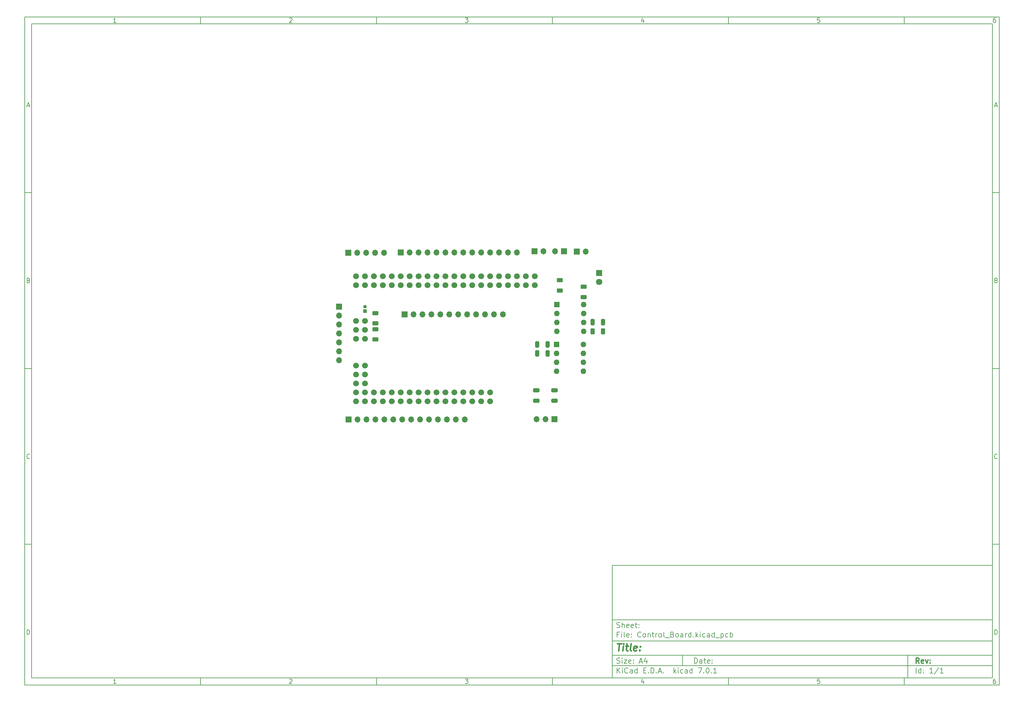
<source format=gbr>
%TF.GenerationSoftware,KiCad,Pcbnew,7.0.1*%
%TF.CreationDate,2023-09-27T13:27:15+00:00*%
%TF.ProjectId,Control_Board,436f6e74-726f-46c5-9f42-6f6172642e6b,rev?*%
%TF.SameCoordinates,Original*%
%TF.FileFunction,Soldermask,Top*%
%TF.FilePolarity,Negative*%
%FSLAX45Y45*%
G04 Gerber Fmt 4.5, Leading zero omitted, Abs format (unit mm)*
G04 Created by KiCad (PCBNEW 7.0.1) date 2023-09-27 13:27:15*
%MOMM*%
%LPD*%
G01*
G04 APERTURE LIST*
G04 Aperture macros list*
%AMRoundRect*
0 Rectangle with rounded corners*
0 $1 Rounding radius*
0 $2 $3 $4 $5 $6 $7 $8 $9 X,Y pos of 4 corners*
0 Add a 4 corners polygon primitive as box body*
4,1,4,$2,$3,$4,$5,$6,$7,$8,$9,$2,$3,0*
0 Add four circle primitives for the rounded corners*
1,1,$1+$1,$2,$3*
1,1,$1+$1,$4,$5*
1,1,$1+$1,$6,$7*
1,1,$1+$1,$8,$9*
0 Add four rect primitives between the rounded corners*
20,1,$1+$1,$2,$3,$4,$5,0*
20,1,$1+$1,$4,$5,$6,$7,0*
20,1,$1+$1,$6,$7,$8,$9,0*
20,1,$1+$1,$8,$9,$2,$3,0*%
G04 Aperture macros list end*
%ADD10C,0.100000*%
%ADD11C,0.150000*%
%ADD12C,0.300000*%
%ADD13C,0.400000*%
%ADD14R,1.600000X1.600000*%
%ADD15O,1.600000X1.600000*%
%ADD16RoundRect,0.250000X-0.625000X0.312500X-0.625000X-0.312500X0.625000X-0.312500X0.625000X0.312500X0*%
%ADD17RoundRect,0.250000X0.325000X0.650000X-0.325000X0.650000X-0.325000X-0.650000X0.325000X-0.650000X0*%
%ADD18RoundRect,0.250000X-0.325000X-0.650000X0.325000X-0.650000X0.325000X0.650000X-0.325000X0.650000X0*%
%ADD19R,1.800000X1.800000*%
%ADD20C,1.800000*%
%ADD21RoundRect,0.250000X0.625000X-0.312500X0.625000X0.312500X-0.625000X0.312500X-0.625000X-0.312500X0*%
%ADD22RoundRect,0.250000X-0.312500X-0.625000X0.312500X-0.625000X0.312500X0.625000X-0.312500X0.625000X0*%
%ADD23R,1.700000X1.700000*%
%ADD24O,1.700000X1.700000*%
%ADD25RoundRect,0.250000X0.650000X-0.325000X0.650000X0.325000X-0.650000X0.325000X-0.650000X-0.325000X0*%
%ADD26R,1.000000X1.000000*%
%ADD27O,1.000000X1.000000*%
%ADD28C,1.676400*%
G04 APERTURE END LIST*
D10*
D11*
X17700220Y-16600720D02*
X28500220Y-16600720D01*
X28500220Y-19800720D01*
X17700220Y-19800720D01*
X17700220Y-16600720D01*
D10*
D11*
X1000000Y-1000000D02*
X28700220Y-1000000D01*
X28700220Y-20000720D01*
X1000000Y-20000720D01*
X1000000Y-1000000D01*
D10*
D11*
X1200000Y-1200000D02*
X28500220Y-1200000D01*
X28500220Y-19800720D01*
X1200000Y-19800720D01*
X1200000Y-1200000D01*
D10*
D11*
X6000000Y-1200000D02*
X6000000Y-1000000D01*
D10*
D11*
X11000000Y-1200000D02*
X11000000Y-1000000D01*
D10*
D11*
X16000000Y-1200000D02*
X16000000Y-1000000D01*
D10*
D11*
X21000000Y-1200000D02*
X21000000Y-1000000D01*
D10*
D11*
X26000000Y-1200000D02*
X26000000Y-1000000D01*
D10*
D11*
X3599048Y-1160140D02*
X3524762Y-1160140D01*
X3561905Y-1160140D02*
X3561905Y-1030140D01*
X3561905Y-1030140D02*
X3549524Y-1048712D01*
X3549524Y-1048712D02*
X3537143Y-1061093D01*
X3537143Y-1061093D02*
X3524762Y-1067283D01*
D10*
D11*
X8524762Y-1042521D02*
X8530952Y-1036331D01*
X8530952Y-1036331D02*
X8543333Y-1030140D01*
X8543333Y-1030140D02*
X8574286Y-1030140D01*
X8574286Y-1030140D02*
X8586667Y-1036331D01*
X8586667Y-1036331D02*
X8592857Y-1042521D01*
X8592857Y-1042521D02*
X8599048Y-1054902D01*
X8599048Y-1054902D02*
X8599048Y-1067283D01*
X8599048Y-1067283D02*
X8592857Y-1085855D01*
X8592857Y-1085855D02*
X8518571Y-1160140D01*
X8518571Y-1160140D02*
X8599048Y-1160140D01*
D10*
D11*
X13518571Y-1030140D02*
X13599048Y-1030140D01*
X13599048Y-1030140D02*
X13555714Y-1079664D01*
X13555714Y-1079664D02*
X13574286Y-1079664D01*
X13574286Y-1079664D02*
X13586667Y-1085855D01*
X13586667Y-1085855D02*
X13592857Y-1092045D01*
X13592857Y-1092045D02*
X13599048Y-1104426D01*
X13599048Y-1104426D02*
X13599048Y-1135379D01*
X13599048Y-1135379D02*
X13592857Y-1147760D01*
X13592857Y-1147760D02*
X13586667Y-1153950D01*
X13586667Y-1153950D02*
X13574286Y-1160140D01*
X13574286Y-1160140D02*
X13537143Y-1160140D01*
X13537143Y-1160140D02*
X13524762Y-1153950D01*
X13524762Y-1153950D02*
X13518571Y-1147760D01*
D10*
D11*
X18586667Y-1073474D02*
X18586667Y-1160140D01*
X18555714Y-1023950D02*
X18524762Y-1116807D01*
X18524762Y-1116807D02*
X18605238Y-1116807D01*
D10*
D11*
X23592857Y-1030140D02*
X23530952Y-1030140D01*
X23530952Y-1030140D02*
X23524762Y-1092045D01*
X23524762Y-1092045D02*
X23530952Y-1085855D01*
X23530952Y-1085855D02*
X23543333Y-1079664D01*
X23543333Y-1079664D02*
X23574286Y-1079664D01*
X23574286Y-1079664D02*
X23586667Y-1085855D01*
X23586667Y-1085855D02*
X23592857Y-1092045D01*
X23592857Y-1092045D02*
X23599048Y-1104426D01*
X23599048Y-1104426D02*
X23599048Y-1135379D01*
X23599048Y-1135379D02*
X23592857Y-1147760D01*
X23592857Y-1147760D02*
X23586667Y-1153950D01*
X23586667Y-1153950D02*
X23574286Y-1160140D01*
X23574286Y-1160140D02*
X23543333Y-1160140D01*
X23543333Y-1160140D02*
X23530952Y-1153950D01*
X23530952Y-1153950D02*
X23524762Y-1147760D01*
D10*
D11*
X28586667Y-1030140D02*
X28561905Y-1030140D01*
X28561905Y-1030140D02*
X28549524Y-1036331D01*
X28549524Y-1036331D02*
X28543333Y-1042521D01*
X28543333Y-1042521D02*
X28530952Y-1061093D01*
X28530952Y-1061093D02*
X28524762Y-1085855D01*
X28524762Y-1085855D02*
X28524762Y-1135379D01*
X28524762Y-1135379D02*
X28530952Y-1147760D01*
X28530952Y-1147760D02*
X28537143Y-1153950D01*
X28537143Y-1153950D02*
X28549524Y-1160140D01*
X28549524Y-1160140D02*
X28574286Y-1160140D01*
X28574286Y-1160140D02*
X28586667Y-1153950D01*
X28586667Y-1153950D02*
X28592857Y-1147760D01*
X28592857Y-1147760D02*
X28599048Y-1135379D01*
X28599048Y-1135379D02*
X28599048Y-1104426D01*
X28599048Y-1104426D02*
X28592857Y-1092045D01*
X28592857Y-1092045D02*
X28586667Y-1085855D01*
X28586667Y-1085855D02*
X28574286Y-1079664D01*
X28574286Y-1079664D02*
X28549524Y-1079664D01*
X28549524Y-1079664D02*
X28537143Y-1085855D01*
X28537143Y-1085855D02*
X28530952Y-1092045D01*
X28530952Y-1092045D02*
X28524762Y-1104426D01*
D10*
D11*
X6000000Y-19800720D02*
X6000000Y-20000720D01*
D10*
D11*
X11000000Y-19800720D02*
X11000000Y-20000720D01*
D10*
D11*
X16000000Y-19800720D02*
X16000000Y-20000720D01*
D10*
D11*
X21000000Y-19800720D02*
X21000000Y-20000720D01*
D10*
D11*
X26000000Y-19800720D02*
X26000000Y-20000720D01*
D10*
D11*
X3599048Y-19960860D02*
X3524762Y-19960860D01*
X3561905Y-19960860D02*
X3561905Y-19830860D01*
X3561905Y-19830860D02*
X3549524Y-19849432D01*
X3549524Y-19849432D02*
X3537143Y-19861813D01*
X3537143Y-19861813D02*
X3524762Y-19868003D01*
D10*
D11*
X8524762Y-19843241D02*
X8530952Y-19837051D01*
X8530952Y-19837051D02*
X8543333Y-19830860D01*
X8543333Y-19830860D02*
X8574286Y-19830860D01*
X8574286Y-19830860D02*
X8586667Y-19837051D01*
X8586667Y-19837051D02*
X8592857Y-19843241D01*
X8592857Y-19843241D02*
X8599048Y-19855622D01*
X8599048Y-19855622D02*
X8599048Y-19868003D01*
X8599048Y-19868003D02*
X8592857Y-19886575D01*
X8592857Y-19886575D02*
X8518571Y-19960860D01*
X8518571Y-19960860D02*
X8599048Y-19960860D01*
D10*
D11*
X13518571Y-19830860D02*
X13599048Y-19830860D01*
X13599048Y-19830860D02*
X13555714Y-19880384D01*
X13555714Y-19880384D02*
X13574286Y-19880384D01*
X13574286Y-19880384D02*
X13586667Y-19886575D01*
X13586667Y-19886575D02*
X13592857Y-19892765D01*
X13592857Y-19892765D02*
X13599048Y-19905146D01*
X13599048Y-19905146D02*
X13599048Y-19936099D01*
X13599048Y-19936099D02*
X13592857Y-19948480D01*
X13592857Y-19948480D02*
X13586667Y-19954670D01*
X13586667Y-19954670D02*
X13574286Y-19960860D01*
X13574286Y-19960860D02*
X13537143Y-19960860D01*
X13537143Y-19960860D02*
X13524762Y-19954670D01*
X13524762Y-19954670D02*
X13518571Y-19948480D01*
D10*
D11*
X18586667Y-19874194D02*
X18586667Y-19960860D01*
X18555714Y-19824670D02*
X18524762Y-19917527D01*
X18524762Y-19917527D02*
X18605238Y-19917527D01*
D10*
D11*
X23592857Y-19830860D02*
X23530952Y-19830860D01*
X23530952Y-19830860D02*
X23524762Y-19892765D01*
X23524762Y-19892765D02*
X23530952Y-19886575D01*
X23530952Y-19886575D02*
X23543333Y-19880384D01*
X23543333Y-19880384D02*
X23574286Y-19880384D01*
X23574286Y-19880384D02*
X23586667Y-19886575D01*
X23586667Y-19886575D02*
X23592857Y-19892765D01*
X23592857Y-19892765D02*
X23599048Y-19905146D01*
X23599048Y-19905146D02*
X23599048Y-19936099D01*
X23599048Y-19936099D02*
X23592857Y-19948480D01*
X23592857Y-19948480D02*
X23586667Y-19954670D01*
X23586667Y-19954670D02*
X23574286Y-19960860D01*
X23574286Y-19960860D02*
X23543333Y-19960860D01*
X23543333Y-19960860D02*
X23530952Y-19954670D01*
X23530952Y-19954670D02*
X23524762Y-19948480D01*
D10*
D11*
X28586667Y-19830860D02*
X28561905Y-19830860D01*
X28561905Y-19830860D02*
X28549524Y-19837051D01*
X28549524Y-19837051D02*
X28543333Y-19843241D01*
X28543333Y-19843241D02*
X28530952Y-19861813D01*
X28530952Y-19861813D02*
X28524762Y-19886575D01*
X28524762Y-19886575D02*
X28524762Y-19936099D01*
X28524762Y-19936099D02*
X28530952Y-19948480D01*
X28530952Y-19948480D02*
X28537143Y-19954670D01*
X28537143Y-19954670D02*
X28549524Y-19960860D01*
X28549524Y-19960860D02*
X28574286Y-19960860D01*
X28574286Y-19960860D02*
X28586667Y-19954670D01*
X28586667Y-19954670D02*
X28592857Y-19948480D01*
X28592857Y-19948480D02*
X28599048Y-19936099D01*
X28599048Y-19936099D02*
X28599048Y-19905146D01*
X28599048Y-19905146D02*
X28592857Y-19892765D01*
X28592857Y-19892765D02*
X28586667Y-19886575D01*
X28586667Y-19886575D02*
X28574286Y-19880384D01*
X28574286Y-19880384D02*
X28549524Y-19880384D01*
X28549524Y-19880384D02*
X28537143Y-19886575D01*
X28537143Y-19886575D02*
X28530952Y-19892765D01*
X28530952Y-19892765D02*
X28524762Y-19905146D01*
D10*
D11*
X1000000Y-6000000D02*
X1200000Y-6000000D01*
D10*
D11*
X1000000Y-11000000D02*
X1200000Y-11000000D01*
D10*
D11*
X1000000Y-16000000D02*
X1200000Y-16000000D01*
D10*
D11*
X1069048Y-3522998D02*
X1130952Y-3522998D01*
X1056667Y-3560140D02*
X1100000Y-3430140D01*
X1100000Y-3430140D02*
X1143333Y-3560140D01*
D10*
D11*
X1109286Y-8492045D02*
X1127857Y-8498236D01*
X1127857Y-8498236D02*
X1134048Y-8504426D01*
X1134048Y-8504426D02*
X1140238Y-8516807D01*
X1140238Y-8516807D02*
X1140238Y-8535379D01*
X1140238Y-8535379D02*
X1134048Y-8547760D01*
X1134048Y-8547760D02*
X1127857Y-8553950D01*
X1127857Y-8553950D02*
X1115476Y-8560140D01*
X1115476Y-8560140D02*
X1065952Y-8560140D01*
X1065952Y-8560140D02*
X1065952Y-8430140D01*
X1065952Y-8430140D02*
X1109286Y-8430140D01*
X1109286Y-8430140D02*
X1121667Y-8436331D01*
X1121667Y-8436331D02*
X1127857Y-8442521D01*
X1127857Y-8442521D02*
X1134048Y-8454902D01*
X1134048Y-8454902D02*
X1134048Y-8467283D01*
X1134048Y-8467283D02*
X1127857Y-8479664D01*
X1127857Y-8479664D02*
X1121667Y-8485855D01*
X1121667Y-8485855D02*
X1109286Y-8492045D01*
X1109286Y-8492045D02*
X1065952Y-8492045D01*
D10*
D11*
X1140238Y-13547759D02*
X1134048Y-13553950D01*
X1134048Y-13553950D02*
X1115476Y-13560140D01*
X1115476Y-13560140D02*
X1103095Y-13560140D01*
X1103095Y-13560140D02*
X1084524Y-13553950D01*
X1084524Y-13553950D02*
X1072143Y-13541569D01*
X1072143Y-13541569D02*
X1065952Y-13529188D01*
X1065952Y-13529188D02*
X1059762Y-13504426D01*
X1059762Y-13504426D02*
X1059762Y-13485855D01*
X1059762Y-13485855D02*
X1065952Y-13461093D01*
X1065952Y-13461093D02*
X1072143Y-13448712D01*
X1072143Y-13448712D02*
X1084524Y-13436331D01*
X1084524Y-13436331D02*
X1103095Y-13430140D01*
X1103095Y-13430140D02*
X1115476Y-13430140D01*
X1115476Y-13430140D02*
X1134048Y-13436331D01*
X1134048Y-13436331D02*
X1140238Y-13442521D01*
D10*
D11*
X1065952Y-18560140D02*
X1065952Y-18430140D01*
X1065952Y-18430140D02*
X1096905Y-18430140D01*
X1096905Y-18430140D02*
X1115476Y-18436331D01*
X1115476Y-18436331D02*
X1127857Y-18448712D01*
X1127857Y-18448712D02*
X1134048Y-18461093D01*
X1134048Y-18461093D02*
X1140238Y-18485855D01*
X1140238Y-18485855D02*
X1140238Y-18504426D01*
X1140238Y-18504426D02*
X1134048Y-18529188D01*
X1134048Y-18529188D02*
X1127857Y-18541569D01*
X1127857Y-18541569D02*
X1115476Y-18553950D01*
X1115476Y-18553950D02*
X1096905Y-18560140D01*
X1096905Y-18560140D02*
X1065952Y-18560140D01*
D10*
D11*
X28700220Y-6000000D02*
X28500220Y-6000000D01*
D10*
D11*
X28700220Y-11000000D02*
X28500220Y-11000000D01*
D10*
D11*
X28700220Y-16000000D02*
X28500220Y-16000000D01*
D10*
D11*
X28569268Y-3522998D02*
X28631172Y-3522998D01*
X28556887Y-3560140D02*
X28600220Y-3430140D01*
X28600220Y-3430140D02*
X28643553Y-3560140D01*
D10*
D11*
X28609506Y-8492045D02*
X28628077Y-8498236D01*
X28628077Y-8498236D02*
X28634268Y-8504426D01*
X28634268Y-8504426D02*
X28640458Y-8516807D01*
X28640458Y-8516807D02*
X28640458Y-8535379D01*
X28640458Y-8535379D02*
X28634268Y-8547760D01*
X28634268Y-8547760D02*
X28628077Y-8553950D01*
X28628077Y-8553950D02*
X28615696Y-8560140D01*
X28615696Y-8560140D02*
X28566172Y-8560140D01*
X28566172Y-8560140D02*
X28566172Y-8430140D01*
X28566172Y-8430140D02*
X28609506Y-8430140D01*
X28609506Y-8430140D02*
X28621887Y-8436331D01*
X28621887Y-8436331D02*
X28628077Y-8442521D01*
X28628077Y-8442521D02*
X28634268Y-8454902D01*
X28634268Y-8454902D02*
X28634268Y-8467283D01*
X28634268Y-8467283D02*
X28628077Y-8479664D01*
X28628077Y-8479664D02*
X28621887Y-8485855D01*
X28621887Y-8485855D02*
X28609506Y-8492045D01*
X28609506Y-8492045D02*
X28566172Y-8492045D01*
D10*
D11*
X28640458Y-13547759D02*
X28634268Y-13553950D01*
X28634268Y-13553950D02*
X28615696Y-13560140D01*
X28615696Y-13560140D02*
X28603315Y-13560140D01*
X28603315Y-13560140D02*
X28584744Y-13553950D01*
X28584744Y-13553950D02*
X28572363Y-13541569D01*
X28572363Y-13541569D02*
X28566172Y-13529188D01*
X28566172Y-13529188D02*
X28559982Y-13504426D01*
X28559982Y-13504426D02*
X28559982Y-13485855D01*
X28559982Y-13485855D02*
X28566172Y-13461093D01*
X28566172Y-13461093D02*
X28572363Y-13448712D01*
X28572363Y-13448712D02*
X28584744Y-13436331D01*
X28584744Y-13436331D02*
X28603315Y-13430140D01*
X28603315Y-13430140D02*
X28615696Y-13430140D01*
X28615696Y-13430140D02*
X28634268Y-13436331D01*
X28634268Y-13436331D02*
X28640458Y-13442521D01*
D10*
D11*
X28566172Y-18560140D02*
X28566172Y-18430140D01*
X28566172Y-18430140D02*
X28597125Y-18430140D01*
X28597125Y-18430140D02*
X28615696Y-18436331D01*
X28615696Y-18436331D02*
X28628077Y-18448712D01*
X28628077Y-18448712D02*
X28634268Y-18461093D01*
X28634268Y-18461093D02*
X28640458Y-18485855D01*
X28640458Y-18485855D02*
X28640458Y-18504426D01*
X28640458Y-18504426D02*
X28634268Y-18529188D01*
X28634268Y-18529188D02*
X28628077Y-18541569D01*
X28628077Y-18541569D02*
X28615696Y-18553950D01*
X28615696Y-18553950D02*
X28597125Y-18560140D01*
X28597125Y-18560140D02*
X28566172Y-18560140D01*
D10*
D11*
X20035934Y-19380113D02*
X20035934Y-19230113D01*
X20035934Y-19230113D02*
X20071649Y-19230113D01*
X20071649Y-19230113D02*
X20093077Y-19237256D01*
X20093077Y-19237256D02*
X20107363Y-19251541D01*
X20107363Y-19251541D02*
X20114506Y-19265827D01*
X20114506Y-19265827D02*
X20121649Y-19294399D01*
X20121649Y-19294399D02*
X20121649Y-19315827D01*
X20121649Y-19315827D02*
X20114506Y-19344399D01*
X20114506Y-19344399D02*
X20107363Y-19358684D01*
X20107363Y-19358684D02*
X20093077Y-19372970D01*
X20093077Y-19372970D02*
X20071649Y-19380113D01*
X20071649Y-19380113D02*
X20035934Y-19380113D01*
X20250220Y-19380113D02*
X20250220Y-19301541D01*
X20250220Y-19301541D02*
X20243077Y-19287256D01*
X20243077Y-19287256D02*
X20228791Y-19280113D01*
X20228791Y-19280113D02*
X20200220Y-19280113D01*
X20200220Y-19280113D02*
X20185934Y-19287256D01*
X20250220Y-19372970D02*
X20235934Y-19380113D01*
X20235934Y-19380113D02*
X20200220Y-19380113D01*
X20200220Y-19380113D02*
X20185934Y-19372970D01*
X20185934Y-19372970D02*
X20178791Y-19358684D01*
X20178791Y-19358684D02*
X20178791Y-19344399D01*
X20178791Y-19344399D02*
X20185934Y-19330113D01*
X20185934Y-19330113D02*
X20200220Y-19322970D01*
X20200220Y-19322970D02*
X20235934Y-19322970D01*
X20235934Y-19322970D02*
X20250220Y-19315827D01*
X20300220Y-19280113D02*
X20357363Y-19280113D01*
X20321649Y-19230113D02*
X20321649Y-19358684D01*
X20321649Y-19358684D02*
X20328791Y-19372970D01*
X20328791Y-19372970D02*
X20343077Y-19380113D01*
X20343077Y-19380113D02*
X20357363Y-19380113D01*
X20464506Y-19372970D02*
X20450220Y-19380113D01*
X20450220Y-19380113D02*
X20421649Y-19380113D01*
X20421649Y-19380113D02*
X20407363Y-19372970D01*
X20407363Y-19372970D02*
X20400220Y-19358684D01*
X20400220Y-19358684D02*
X20400220Y-19301541D01*
X20400220Y-19301541D02*
X20407363Y-19287256D01*
X20407363Y-19287256D02*
X20421649Y-19280113D01*
X20421649Y-19280113D02*
X20450220Y-19280113D01*
X20450220Y-19280113D02*
X20464506Y-19287256D01*
X20464506Y-19287256D02*
X20471649Y-19301541D01*
X20471649Y-19301541D02*
X20471649Y-19315827D01*
X20471649Y-19315827D02*
X20400220Y-19330113D01*
X20535934Y-19365827D02*
X20543077Y-19372970D01*
X20543077Y-19372970D02*
X20535934Y-19380113D01*
X20535934Y-19380113D02*
X20528791Y-19372970D01*
X20528791Y-19372970D02*
X20535934Y-19365827D01*
X20535934Y-19365827D02*
X20535934Y-19380113D01*
X20535934Y-19287256D02*
X20543077Y-19294399D01*
X20543077Y-19294399D02*
X20535934Y-19301541D01*
X20535934Y-19301541D02*
X20528791Y-19294399D01*
X20528791Y-19294399D02*
X20535934Y-19287256D01*
X20535934Y-19287256D02*
X20535934Y-19301541D01*
D10*
D11*
X17700220Y-19450720D02*
X28500220Y-19450720D01*
D10*
D11*
X17835934Y-19660113D02*
X17835934Y-19510113D01*
X17921649Y-19660113D02*
X17857363Y-19574399D01*
X17921649Y-19510113D02*
X17835934Y-19595827D01*
X17985934Y-19660113D02*
X17985934Y-19560113D01*
X17985934Y-19510113D02*
X17978791Y-19517256D01*
X17978791Y-19517256D02*
X17985934Y-19524399D01*
X17985934Y-19524399D02*
X17993077Y-19517256D01*
X17993077Y-19517256D02*
X17985934Y-19510113D01*
X17985934Y-19510113D02*
X17985934Y-19524399D01*
X18143077Y-19645827D02*
X18135934Y-19652970D01*
X18135934Y-19652970D02*
X18114506Y-19660113D01*
X18114506Y-19660113D02*
X18100220Y-19660113D01*
X18100220Y-19660113D02*
X18078791Y-19652970D01*
X18078791Y-19652970D02*
X18064506Y-19638684D01*
X18064506Y-19638684D02*
X18057363Y-19624399D01*
X18057363Y-19624399D02*
X18050220Y-19595827D01*
X18050220Y-19595827D02*
X18050220Y-19574399D01*
X18050220Y-19574399D02*
X18057363Y-19545827D01*
X18057363Y-19545827D02*
X18064506Y-19531541D01*
X18064506Y-19531541D02*
X18078791Y-19517256D01*
X18078791Y-19517256D02*
X18100220Y-19510113D01*
X18100220Y-19510113D02*
X18114506Y-19510113D01*
X18114506Y-19510113D02*
X18135934Y-19517256D01*
X18135934Y-19517256D02*
X18143077Y-19524399D01*
X18271649Y-19660113D02*
X18271649Y-19581541D01*
X18271649Y-19581541D02*
X18264506Y-19567256D01*
X18264506Y-19567256D02*
X18250220Y-19560113D01*
X18250220Y-19560113D02*
X18221649Y-19560113D01*
X18221649Y-19560113D02*
X18207363Y-19567256D01*
X18271649Y-19652970D02*
X18257363Y-19660113D01*
X18257363Y-19660113D02*
X18221649Y-19660113D01*
X18221649Y-19660113D02*
X18207363Y-19652970D01*
X18207363Y-19652970D02*
X18200220Y-19638684D01*
X18200220Y-19638684D02*
X18200220Y-19624399D01*
X18200220Y-19624399D02*
X18207363Y-19610113D01*
X18207363Y-19610113D02*
X18221649Y-19602970D01*
X18221649Y-19602970D02*
X18257363Y-19602970D01*
X18257363Y-19602970D02*
X18271649Y-19595827D01*
X18407363Y-19660113D02*
X18407363Y-19510113D01*
X18407363Y-19652970D02*
X18393077Y-19660113D01*
X18393077Y-19660113D02*
X18364506Y-19660113D01*
X18364506Y-19660113D02*
X18350220Y-19652970D01*
X18350220Y-19652970D02*
X18343077Y-19645827D01*
X18343077Y-19645827D02*
X18335934Y-19631541D01*
X18335934Y-19631541D02*
X18335934Y-19588684D01*
X18335934Y-19588684D02*
X18343077Y-19574399D01*
X18343077Y-19574399D02*
X18350220Y-19567256D01*
X18350220Y-19567256D02*
X18364506Y-19560113D01*
X18364506Y-19560113D02*
X18393077Y-19560113D01*
X18393077Y-19560113D02*
X18407363Y-19567256D01*
X18593077Y-19581541D02*
X18643077Y-19581541D01*
X18664506Y-19660113D02*
X18593077Y-19660113D01*
X18593077Y-19660113D02*
X18593077Y-19510113D01*
X18593077Y-19510113D02*
X18664506Y-19510113D01*
X18728791Y-19645827D02*
X18735934Y-19652970D01*
X18735934Y-19652970D02*
X18728791Y-19660113D01*
X18728791Y-19660113D02*
X18721649Y-19652970D01*
X18721649Y-19652970D02*
X18728791Y-19645827D01*
X18728791Y-19645827D02*
X18728791Y-19660113D01*
X18800220Y-19660113D02*
X18800220Y-19510113D01*
X18800220Y-19510113D02*
X18835934Y-19510113D01*
X18835934Y-19510113D02*
X18857363Y-19517256D01*
X18857363Y-19517256D02*
X18871649Y-19531541D01*
X18871649Y-19531541D02*
X18878792Y-19545827D01*
X18878792Y-19545827D02*
X18885934Y-19574399D01*
X18885934Y-19574399D02*
X18885934Y-19595827D01*
X18885934Y-19595827D02*
X18878792Y-19624399D01*
X18878792Y-19624399D02*
X18871649Y-19638684D01*
X18871649Y-19638684D02*
X18857363Y-19652970D01*
X18857363Y-19652970D02*
X18835934Y-19660113D01*
X18835934Y-19660113D02*
X18800220Y-19660113D01*
X18950220Y-19645827D02*
X18957363Y-19652970D01*
X18957363Y-19652970D02*
X18950220Y-19660113D01*
X18950220Y-19660113D02*
X18943077Y-19652970D01*
X18943077Y-19652970D02*
X18950220Y-19645827D01*
X18950220Y-19645827D02*
X18950220Y-19660113D01*
X19014506Y-19617256D02*
X19085934Y-19617256D01*
X19000220Y-19660113D02*
X19050220Y-19510113D01*
X19050220Y-19510113D02*
X19100220Y-19660113D01*
X19150220Y-19645827D02*
X19157363Y-19652970D01*
X19157363Y-19652970D02*
X19150220Y-19660113D01*
X19150220Y-19660113D02*
X19143077Y-19652970D01*
X19143077Y-19652970D02*
X19150220Y-19645827D01*
X19150220Y-19645827D02*
X19150220Y-19660113D01*
X19450220Y-19660113D02*
X19450220Y-19510113D01*
X19464506Y-19602970D02*
X19507363Y-19660113D01*
X19507363Y-19560113D02*
X19450220Y-19617256D01*
X19571649Y-19660113D02*
X19571649Y-19560113D01*
X19571649Y-19510113D02*
X19564506Y-19517256D01*
X19564506Y-19517256D02*
X19571649Y-19524399D01*
X19571649Y-19524399D02*
X19578792Y-19517256D01*
X19578792Y-19517256D02*
X19571649Y-19510113D01*
X19571649Y-19510113D02*
X19571649Y-19524399D01*
X19707363Y-19652970D02*
X19693077Y-19660113D01*
X19693077Y-19660113D02*
X19664506Y-19660113D01*
X19664506Y-19660113D02*
X19650220Y-19652970D01*
X19650220Y-19652970D02*
X19643077Y-19645827D01*
X19643077Y-19645827D02*
X19635934Y-19631541D01*
X19635934Y-19631541D02*
X19635934Y-19588684D01*
X19635934Y-19588684D02*
X19643077Y-19574399D01*
X19643077Y-19574399D02*
X19650220Y-19567256D01*
X19650220Y-19567256D02*
X19664506Y-19560113D01*
X19664506Y-19560113D02*
X19693077Y-19560113D01*
X19693077Y-19560113D02*
X19707363Y-19567256D01*
X19835934Y-19660113D02*
X19835934Y-19581541D01*
X19835934Y-19581541D02*
X19828792Y-19567256D01*
X19828792Y-19567256D02*
X19814506Y-19560113D01*
X19814506Y-19560113D02*
X19785934Y-19560113D01*
X19785934Y-19560113D02*
X19771649Y-19567256D01*
X19835934Y-19652970D02*
X19821649Y-19660113D01*
X19821649Y-19660113D02*
X19785934Y-19660113D01*
X19785934Y-19660113D02*
X19771649Y-19652970D01*
X19771649Y-19652970D02*
X19764506Y-19638684D01*
X19764506Y-19638684D02*
X19764506Y-19624399D01*
X19764506Y-19624399D02*
X19771649Y-19610113D01*
X19771649Y-19610113D02*
X19785934Y-19602970D01*
X19785934Y-19602970D02*
X19821649Y-19602970D01*
X19821649Y-19602970D02*
X19835934Y-19595827D01*
X19971649Y-19660113D02*
X19971649Y-19510113D01*
X19971649Y-19652970D02*
X19957363Y-19660113D01*
X19957363Y-19660113D02*
X19928792Y-19660113D01*
X19928792Y-19660113D02*
X19914506Y-19652970D01*
X19914506Y-19652970D02*
X19907363Y-19645827D01*
X19907363Y-19645827D02*
X19900220Y-19631541D01*
X19900220Y-19631541D02*
X19900220Y-19588684D01*
X19900220Y-19588684D02*
X19907363Y-19574399D01*
X19907363Y-19574399D02*
X19914506Y-19567256D01*
X19914506Y-19567256D02*
X19928792Y-19560113D01*
X19928792Y-19560113D02*
X19957363Y-19560113D01*
X19957363Y-19560113D02*
X19971649Y-19567256D01*
X20143077Y-19510113D02*
X20243077Y-19510113D01*
X20243077Y-19510113D02*
X20178792Y-19660113D01*
X20300220Y-19645827D02*
X20307363Y-19652970D01*
X20307363Y-19652970D02*
X20300220Y-19660113D01*
X20300220Y-19660113D02*
X20293077Y-19652970D01*
X20293077Y-19652970D02*
X20300220Y-19645827D01*
X20300220Y-19645827D02*
X20300220Y-19660113D01*
X20400220Y-19510113D02*
X20414506Y-19510113D01*
X20414506Y-19510113D02*
X20428792Y-19517256D01*
X20428792Y-19517256D02*
X20435934Y-19524399D01*
X20435934Y-19524399D02*
X20443077Y-19538684D01*
X20443077Y-19538684D02*
X20450220Y-19567256D01*
X20450220Y-19567256D02*
X20450220Y-19602970D01*
X20450220Y-19602970D02*
X20443077Y-19631541D01*
X20443077Y-19631541D02*
X20435934Y-19645827D01*
X20435934Y-19645827D02*
X20428792Y-19652970D01*
X20428792Y-19652970D02*
X20414506Y-19660113D01*
X20414506Y-19660113D02*
X20400220Y-19660113D01*
X20400220Y-19660113D02*
X20385934Y-19652970D01*
X20385934Y-19652970D02*
X20378792Y-19645827D01*
X20378792Y-19645827D02*
X20371649Y-19631541D01*
X20371649Y-19631541D02*
X20364506Y-19602970D01*
X20364506Y-19602970D02*
X20364506Y-19567256D01*
X20364506Y-19567256D02*
X20371649Y-19538684D01*
X20371649Y-19538684D02*
X20378792Y-19524399D01*
X20378792Y-19524399D02*
X20385934Y-19517256D01*
X20385934Y-19517256D02*
X20400220Y-19510113D01*
X20514506Y-19645827D02*
X20521649Y-19652970D01*
X20521649Y-19652970D02*
X20514506Y-19660113D01*
X20514506Y-19660113D02*
X20507363Y-19652970D01*
X20507363Y-19652970D02*
X20514506Y-19645827D01*
X20514506Y-19645827D02*
X20514506Y-19660113D01*
X20664506Y-19660113D02*
X20578792Y-19660113D01*
X20621649Y-19660113D02*
X20621649Y-19510113D01*
X20621649Y-19510113D02*
X20607363Y-19531541D01*
X20607363Y-19531541D02*
X20593077Y-19545827D01*
X20593077Y-19545827D02*
X20578792Y-19552970D01*
D10*
D11*
X17700220Y-19150720D02*
X28500220Y-19150720D01*
D10*
D12*
X26421648Y-19380113D02*
X26371648Y-19308684D01*
X26335934Y-19380113D02*
X26335934Y-19230113D01*
X26335934Y-19230113D02*
X26393077Y-19230113D01*
X26393077Y-19230113D02*
X26407363Y-19237256D01*
X26407363Y-19237256D02*
X26414506Y-19244399D01*
X26414506Y-19244399D02*
X26421648Y-19258684D01*
X26421648Y-19258684D02*
X26421648Y-19280113D01*
X26421648Y-19280113D02*
X26414506Y-19294399D01*
X26414506Y-19294399D02*
X26407363Y-19301541D01*
X26407363Y-19301541D02*
X26393077Y-19308684D01*
X26393077Y-19308684D02*
X26335934Y-19308684D01*
X26543077Y-19372970D02*
X26528791Y-19380113D01*
X26528791Y-19380113D02*
X26500220Y-19380113D01*
X26500220Y-19380113D02*
X26485934Y-19372970D01*
X26485934Y-19372970D02*
X26478791Y-19358684D01*
X26478791Y-19358684D02*
X26478791Y-19301541D01*
X26478791Y-19301541D02*
X26485934Y-19287256D01*
X26485934Y-19287256D02*
X26500220Y-19280113D01*
X26500220Y-19280113D02*
X26528791Y-19280113D01*
X26528791Y-19280113D02*
X26543077Y-19287256D01*
X26543077Y-19287256D02*
X26550220Y-19301541D01*
X26550220Y-19301541D02*
X26550220Y-19315827D01*
X26550220Y-19315827D02*
X26478791Y-19330113D01*
X26600220Y-19280113D02*
X26635934Y-19380113D01*
X26635934Y-19380113D02*
X26671648Y-19280113D01*
X26728791Y-19365827D02*
X26735934Y-19372970D01*
X26735934Y-19372970D02*
X26728791Y-19380113D01*
X26728791Y-19380113D02*
X26721648Y-19372970D01*
X26721648Y-19372970D02*
X26728791Y-19365827D01*
X26728791Y-19365827D02*
X26728791Y-19380113D01*
X26728791Y-19287256D02*
X26735934Y-19294399D01*
X26735934Y-19294399D02*
X26728791Y-19301541D01*
X26728791Y-19301541D02*
X26721648Y-19294399D01*
X26721648Y-19294399D02*
X26728791Y-19287256D01*
X26728791Y-19287256D02*
X26728791Y-19301541D01*
D10*
D11*
X17828791Y-19372970D02*
X17850220Y-19380113D01*
X17850220Y-19380113D02*
X17885934Y-19380113D01*
X17885934Y-19380113D02*
X17900220Y-19372970D01*
X17900220Y-19372970D02*
X17907363Y-19365827D01*
X17907363Y-19365827D02*
X17914506Y-19351541D01*
X17914506Y-19351541D02*
X17914506Y-19337256D01*
X17914506Y-19337256D02*
X17907363Y-19322970D01*
X17907363Y-19322970D02*
X17900220Y-19315827D01*
X17900220Y-19315827D02*
X17885934Y-19308684D01*
X17885934Y-19308684D02*
X17857363Y-19301541D01*
X17857363Y-19301541D02*
X17843077Y-19294399D01*
X17843077Y-19294399D02*
X17835934Y-19287256D01*
X17835934Y-19287256D02*
X17828791Y-19272970D01*
X17828791Y-19272970D02*
X17828791Y-19258684D01*
X17828791Y-19258684D02*
X17835934Y-19244399D01*
X17835934Y-19244399D02*
X17843077Y-19237256D01*
X17843077Y-19237256D02*
X17857363Y-19230113D01*
X17857363Y-19230113D02*
X17893077Y-19230113D01*
X17893077Y-19230113D02*
X17914506Y-19237256D01*
X17978791Y-19380113D02*
X17978791Y-19280113D01*
X17978791Y-19230113D02*
X17971649Y-19237256D01*
X17971649Y-19237256D02*
X17978791Y-19244399D01*
X17978791Y-19244399D02*
X17985934Y-19237256D01*
X17985934Y-19237256D02*
X17978791Y-19230113D01*
X17978791Y-19230113D02*
X17978791Y-19244399D01*
X18035934Y-19280113D02*
X18114506Y-19280113D01*
X18114506Y-19280113D02*
X18035934Y-19380113D01*
X18035934Y-19380113D02*
X18114506Y-19380113D01*
X18228791Y-19372970D02*
X18214506Y-19380113D01*
X18214506Y-19380113D02*
X18185934Y-19380113D01*
X18185934Y-19380113D02*
X18171649Y-19372970D01*
X18171649Y-19372970D02*
X18164506Y-19358684D01*
X18164506Y-19358684D02*
X18164506Y-19301541D01*
X18164506Y-19301541D02*
X18171649Y-19287256D01*
X18171649Y-19287256D02*
X18185934Y-19280113D01*
X18185934Y-19280113D02*
X18214506Y-19280113D01*
X18214506Y-19280113D02*
X18228791Y-19287256D01*
X18228791Y-19287256D02*
X18235934Y-19301541D01*
X18235934Y-19301541D02*
X18235934Y-19315827D01*
X18235934Y-19315827D02*
X18164506Y-19330113D01*
X18300220Y-19365827D02*
X18307363Y-19372970D01*
X18307363Y-19372970D02*
X18300220Y-19380113D01*
X18300220Y-19380113D02*
X18293077Y-19372970D01*
X18293077Y-19372970D02*
X18300220Y-19365827D01*
X18300220Y-19365827D02*
X18300220Y-19380113D01*
X18300220Y-19287256D02*
X18307363Y-19294399D01*
X18307363Y-19294399D02*
X18300220Y-19301541D01*
X18300220Y-19301541D02*
X18293077Y-19294399D01*
X18293077Y-19294399D02*
X18300220Y-19287256D01*
X18300220Y-19287256D02*
X18300220Y-19301541D01*
X18478791Y-19337256D02*
X18550220Y-19337256D01*
X18464506Y-19380113D02*
X18514506Y-19230113D01*
X18514506Y-19230113D02*
X18564506Y-19380113D01*
X18678791Y-19280113D02*
X18678791Y-19380113D01*
X18643077Y-19222970D02*
X18607363Y-19330113D01*
X18607363Y-19330113D02*
X18700220Y-19330113D01*
D10*
D11*
X26335934Y-19660113D02*
X26335934Y-19510113D01*
X26471649Y-19660113D02*
X26471649Y-19510113D01*
X26471649Y-19652970D02*
X26457363Y-19660113D01*
X26457363Y-19660113D02*
X26428791Y-19660113D01*
X26428791Y-19660113D02*
X26414506Y-19652970D01*
X26414506Y-19652970D02*
X26407363Y-19645827D01*
X26407363Y-19645827D02*
X26400220Y-19631541D01*
X26400220Y-19631541D02*
X26400220Y-19588684D01*
X26400220Y-19588684D02*
X26407363Y-19574399D01*
X26407363Y-19574399D02*
X26414506Y-19567256D01*
X26414506Y-19567256D02*
X26428791Y-19560113D01*
X26428791Y-19560113D02*
X26457363Y-19560113D01*
X26457363Y-19560113D02*
X26471649Y-19567256D01*
X26543077Y-19645827D02*
X26550220Y-19652970D01*
X26550220Y-19652970D02*
X26543077Y-19660113D01*
X26543077Y-19660113D02*
X26535934Y-19652970D01*
X26535934Y-19652970D02*
X26543077Y-19645827D01*
X26543077Y-19645827D02*
X26543077Y-19660113D01*
X26543077Y-19567256D02*
X26550220Y-19574399D01*
X26550220Y-19574399D02*
X26543077Y-19581541D01*
X26543077Y-19581541D02*
X26535934Y-19574399D01*
X26535934Y-19574399D02*
X26543077Y-19567256D01*
X26543077Y-19567256D02*
X26543077Y-19581541D01*
X26807363Y-19660113D02*
X26721649Y-19660113D01*
X26764506Y-19660113D02*
X26764506Y-19510113D01*
X26764506Y-19510113D02*
X26750220Y-19531541D01*
X26750220Y-19531541D02*
X26735934Y-19545827D01*
X26735934Y-19545827D02*
X26721649Y-19552970D01*
X26978791Y-19502970D02*
X26850220Y-19695827D01*
X27107363Y-19660113D02*
X27021649Y-19660113D01*
X27064506Y-19660113D02*
X27064506Y-19510113D01*
X27064506Y-19510113D02*
X27050220Y-19531541D01*
X27050220Y-19531541D02*
X27035934Y-19545827D01*
X27035934Y-19545827D02*
X27021649Y-19552970D01*
D10*
D11*
X17700220Y-18750720D02*
X28500220Y-18750720D01*
D10*
D13*
X17843077Y-18823244D02*
X17957363Y-18823244D01*
X17875220Y-19023244D02*
X17900220Y-18823244D01*
X17997839Y-19023244D02*
X18014506Y-18889910D01*
X18022839Y-18823244D02*
X18012125Y-18832768D01*
X18012125Y-18832768D02*
X18020458Y-18842291D01*
X18020458Y-18842291D02*
X18031172Y-18832768D01*
X18031172Y-18832768D02*
X18022839Y-18823244D01*
X18022839Y-18823244D02*
X18020458Y-18842291D01*
X18079982Y-18889910D02*
X18156172Y-18889910D01*
X18116887Y-18823244D02*
X18095458Y-18994672D01*
X18095458Y-18994672D02*
X18102601Y-19013720D01*
X18102601Y-19013720D02*
X18120458Y-19023244D01*
X18120458Y-19023244D02*
X18139506Y-19023244D01*
X18233553Y-19023244D02*
X18215696Y-19013720D01*
X18215696Y-19013720D02*
X18208553Y-18994672D01*
X18208553Y-18994672D02*
X18229982Y-18823244D01*
X18385934Y-19013720D02*
X18365696Y-19023244D01*
X18365696Y-19023244D02*
X18327601Y-19023244D01*
X18327601Y-19023244D02*
X18309744Y-19013720D01*
X18309744Y-19013720D02*
X18302601Y-18994672D01*
X18302601Y-18994672D02*
X18312125Y-18918482D01*
X18312125Y-18918482D02*
X18324029Y-18899434D01*
X18324029Y-18899434D02*
X18344268Y-18889910D01*
X18344268Y-18889910D02*
X18382363Y-18889910D01*
X18382363Y-18889910D02*
X18400220Y-18899434D01*
X18400220Y-18899434D02*
X18407363Y-18918482D01*
X18407363Y-18918482D02*
X18404982Y-18937530D01*
X18404982Y-18937530D02*
X18307363Y-18956577D01*
X18481172Y-19004196D02*
X18489506Y-19013720D01*
X18489506Y-19013720D02*
X18478791Y-19023244D01*
X18478791Y-19023244D02*
X18470458Y-19013720D01*
X18470458Y-19013720D02*
X18481172Y-19004196D01*
X18481172Y-19004196D02*
X18478791Y-19023244D01*
X18494268Y-18899434D02*
X18502601Y-18908958D01*
X18502601Y-18908958D02*
X18491887Y-18918482D01*
X18491887Y-18918482D02*
X18483553Y-18908958D01*
X18483553Y-18908958D02*
X18494268Y-18899434D01*
X18494268Y-18899434D02*
X18491887Y-18918482D01*
D10*
D11*
X17885934Y-18561541D02*
X17835934Y-18561541D01*
X17835934Y-18640113D02*
X17835934Y-18490113D01*
X17835934Y-18490113D02*
X17907363Y-18490113D01*
X17964506Y-18640113D02*
X17964506Y-18540113D01*
X17964506Y-18490113D02*
X17957363Y-18497256D01*
X17957363Y-18497256D02*
X17964506Y-18504399D01*
X17964506Y-18504399D02*
X17971649Y-18497256D01*
X17971649Y-18497256D02*
X17964506Y-18490113D01*
X17964506Y-18490113D02*
X17964506Y-18504399D01*
X18057363Y-18640113D02*
X18043077Y-18632970D01*
X18043077Y-18632970D02*
X18035934Y-18618684D01*
X18035934Y-18618684D02*
X18035934Y-18490113D01*
X18171649Y-18632970D02*
X18157363Y-18640113D01*
X18157363Y-18640113D02*
X18128791Y-18640113D01*
X18128791Y-18640113D02*
X18114506Y-18632970D01*
X18114506Y-18632970D02*
X18107363Y-18618684D01*
X18107363Y-18618684D02*
X18107363Y-18561541D01*
X18107363Y-18561541D02*
X18114506Y-18547256D01*
X18114506Y-18547256D02*
X18128791Y-18540113D01*
X18128791Y-18540113D02*
X18157363Y-18540113D01*
X18157363Y-18540113D02*
X18171649Y-18547256D01*
X18171649Y-18547256D02*
X18178791Y-18561541D01*
X18178791Y-18561541D02*
X18178791Y-18575827D01*
X18178791Y-18575827D02*
X18107363Y-18590113D01*
X18243077Y-18625827D02*
X18250220Y-18632970D01*
X18250220Y-18632970D02*
X18243077Y-18640113D01*
X18243077Y-18640113D02*
X18235934Y-18632970D01*
X18235934Y-18632970D02*
X18243077Y-18625827D01*
X18243077Y-18625827D02*
X18243077Y-18640113D01*
X18243077Y-18547256D02*
X18250220Y-18554399D01*
X18250220Y-18554399D02*
X18243077Y-18561541D01*
X18243077Y-18561541D02*
X18235934Y-18554399D01*
X18235934Y-18554399D02*
X18243077Y-18547256D01*
X18243077Y-18547256D02*
X18243077Y-18561541D01*
X18514506Y-18625827D02*
X18507363Y-18632970D01*
X18507363Y-18632970D02*
X18485934Y-18640113D01*
X18485934Y-18640113D02*
X18471649Y-18640113D01*
X18471649Y-18640113D02*
X18450220Y-18632970D01*
X18450220Y-18632970D02*
X18435934Y-18618684D01*
X18435934Y-18618684D02*
X18428791Y-18604399D01*
X18428791Y-18604399D02*
X18421649Y-18575827D01*
X18421649Y-18575827D02*
X18421649Y-18554399D01*
X18421649Y-18554399D02*
X18428791Y-18525827D01*
X18428791Y-18525827D02*
X18435934Y-18511541D01*
X18435934Y-18511541D02*
X18450220Y-18497256D01*
X18450220Y-18497256D02*
X18471649Y-18490113D01*
X18471649Y-18490113D02*
X18485934Y-18490113D01*
X18485934Y-18490113D02*
X18507363Y-18497256D01*
X18507363Y-18497256D02*
X18514506Y-18504399D01*
X18600220Y-18640113D02*
X18585934Y-18632970D01*
X18585934Y-18632970D02*
X18578791Y-18625827D01*
X18578791Y-18625827D02*
X18571649Y-18611541D01*
X18571649Y-18611541D02*
X18571649Y-18568684D01*
X18571649Y-18568684D02*
X18578791Y-18554399D01*
X18578791Y-18554399D02*
X18585934Y-18547256D01*
X18585934Y-18547256D02*
X18600220Y-18540113D01*
X18600220Y-18540113D02*
X18621649Y-18540113D01*
X18621649Y-18540113D02*
X18635934Y-18547256D01*
X18635934Y-18547256D02*
X18643077Y-18554399D01*
X18643077Y-18554399D02*
X18650220Y-18568684D01*
X18650220Y-18568684D02*
X18650220Y-18611541D01*
X18650220Y-18611541D02*
X18643077Y-18625827D01*
X18643077Y-18625827D02*
X18635934Y-18632970D01*
X18635934Y-18632970D02*
X18621649Y-18640113D01*
X18621649Y-18640113D02*
X18600220Y-18640113D01*
X18714506Y-18540113D02*
X18714506Y-18640113D01*
X18714506Y-18554399D02*
X18721649Y-18547256D01*
X18721649Y-18547256D02*
X18735934Y-18540113D01*
X18735934Y-18540113D02*
X18757363Y-18540113D01*
X18757363Y-18540113D02*
X18771649Y-18547256D01*
X18771649Y-18547256D02*
X18778791Y-18561541D01*
X18778791Y-18561541D02*
X18778791Y-18640113D01*
X18828791Y-18540113D02*
X18885934Y-18540113D01*
X18850220Y-18490113D02*
X18850220Y-18618684D01*
X18850220Y-18618684D02*
X18857363Y-18632970D01*
X18857363Y-18632970D02*
X18871649Y-18640113D01*
X18871649Y-18640113D02*
X18885934Y-18640113D01*
X18935934Y-18640113D02*
X18935934Y-18540113D01*
X18935934Y-18568684D02*
X18943077Y-18554399D01*
X18943077Y-18554399D02*
X18950220Y-18547256D01*
X18950220Y-18547256D02*
X18964506Y-18540113D01*
X18964506Y-18540113D02*
X18978791Y-18540113D01*
X19050220Y-18640113D02*
X19035934Y-18632970D01*
X19035934Y-18632970D02*
X19028791Y-18625827D01*
X19028791Y-18625827D02*
X19021649Y-18611541D01*
X19021649Y-18611541D02*
X19021649Y-18568684D01*
X19021649Y-18568684D02*
X19028791Y-18554399D01*
X19028791Y-18554399D02*
X19035934Y-18547256D01*
X19035934Y-18547256D02*
X19050220Y-18540113D01*
X19050220Y-18540113D02*
X19071649Y-18540113D01*
X19071649Y-18540113D02*
X19085934Y-18547256D01*
X19085934Y-18547256D02*
X19093077Y-18554399D01*
X19093077Y-18554399D02*
X19100220Y-18568684D01*
X19100220Y-18568684D02*
X19100220Y-18611541D01*
X19100220Y-18611541D02*
X19093077Y-18625827D01*
X19093077Y-18625827D02*
X19085934Y-18632970D01*
X19085934Y-18632970D02*
X19071649Y-18640113D01*
X19071649Y-18640113D02*
X19050220Y-18640113D01*
X19185934Y-18640113D02*
X19171649Y-18632970D01*
X19171649Y-18632970D02*
X19164506Y-18618684D01*
X19164506Y-18618684D02*
X19164506Y-18490113D01*
X19207363Y-18654399D02*
X19321649Y-18654399D01*
X19407363Y-18561541D02*
X19428791Y-18568684D01*
X19428791Y-18568684D02*
X19435934Y-18575827D01*
X19435934Y-18575827D02*
X19443077Y-18590113D01*
X19443077Y-18590113D02*
X19443077Y-18611541D01*
X19443077Y-18611541D02*
X19435934Y-18625827D01*
X19435934Y-18625827D02*
X19428791Y-18632970D01*
X19428791Y-18632970D02*
X19414506Y-18640113D01*
X19414506Y-18640113D02*
X19357363Y-18640113D01*
X19357363Y-18640113D02*
X19357363Y-18490113D01*
X19357363Y-18490113D02*
X19407363Y-18490113D01*
X19407363Y-18490113D02*
X19421649Y-18497256D01*
X19421649Y-18497256D02*
X19428791Y-18504399D01*
X19428791Y-18504399D02*
X19435934Y-18518684D01*
X19435934Y-18518684D02*
X19435934Y-18532970D01*
X19435934Y-18532970D02*
X19428791Y-18547256D01*
X19428791Y-18547256D02*
X19421649Y-18554399D01*
X19421649Y-18554399D02*
X19407363Y-18561541D01*
X19407363Y-18561541D02*
X19357363Y-18561541D01*
X19528791Y-18640113D02*
X19514506Y-18632970D01*
X19514506Y-18632970D02*
X19507363Y-18625827D01*
X19507363Y-18625827D02*
X19500220Y-18611541D01*
X19500220Y-18611541D02*
X19500220Y-18568684D01*
X19500220Y-18568684D02*
X19507363Y-18554399D01*
X19507363Y-18554399D02*
X19514506Y-18547256D01*
X19514506Y-18547256D02*
X19528791Y-18540113D01*
X19528791Y-18540113D02*
X19550220Y-18540113D01*
X19550220Y-18540113D02*
X19564506Y-18547256D01*
X19564506Y-18547256D02*
X19571649Y-18554399D01*
X19571649Y-18554399D02*
X19578791Y-18568684D01*
X19578791Y-18568684D02*
X19578791Y-18611541D01*
X19578791Y-18611541D02*
X19571649Y-18625827D01*
X19571649Y-18625827D02*
X19564506Y-18632970D01*
X19564506Y-18632970D02*
X19550220Y-18640113D01*
X19550220Y-18640113D02*
X19528791Y-18640113D01*
X19707363Y-18640113D02*
X19707363Y-18561541D01*
X19707363Y-18561541D02*
X19700220Y-18547256D01*
X19700220Y-18547256D02*
X19685934Y-18540113D01*
X19685934Y-18540113D02*
X19657363Y-18540113D01*
X19657363Y-18540113D02*
X19643077Y-18547256D01*
X19707363Y-18632970D02*
X19693077Y-18640113D01*
X19693077Y-18640113D02*
X19657363Y-18640113D01*
X19657363Y-18640113D02*
X19643077Y-18632970D01*
X19643077Y-18632970D02*
X19635934Y-18618684D01*
X19635934Y-18618684D02*
X19635934Y-18604399D01*
X19635934Y-18604399D02*
X19643077Y-18590113D01*
X19643077Y-18590113D02*
X19657363Y-18582970D01*
X19657363Y-18582970D02*
X19693077Y-18582970D01*
X19693077Y-18582970D02*
X19707363Y-18575827D01*
X19778791Y-18640113D02*
X19778791Y-18540113D01*
X19778791Y-18568684D02*
X19785934Y-18554399D01*
X19785934Y-18554399D02*
X19793077Y-18547256D01*
X19793077Y-18547256D02*
X19807363Y-18540113D01*
X19807363Y-18540113D02*
X19821649Y-18540113D01*
X19935934Y-18640113D02*
X19935934Y-18490113D01*
X19935934Y-18632970D02*
X19921648Y-18640113D01*
X19921648Y-18640113D02*
X19893077Y-18640113D01*
X19893077Y-18640113D02*
X19878791Y-18632970D01*
X19878791Y-18632970D02*
X19871648Y-18625827D01*
X19871648Y-18625827D02*
X19864506Y-18611541D01*
X19864506Y-18611541D02*
X19864506Y-18568684D01*
X19864506Y-18568684D02*
X19871648Y-18554399D01*
X19871648Y-18554399D02*
X19878791Y-18547256D01*
X19878791Y-18547256D02*
X19893077Y-18540113D01*
X19893077Y-18540113D02*
X19921648Y-18540113D01*
X19921648Y-18540113D02*
X19935934Y-18547256D01*
X20007363Y-18625827D02*
X20014506Y-18632970D01*
X20014506Y-18632970D02*
X20007363Y-18640113D01*
X20007363Y-18640113D02*
X20000220Y-18632970D01*
X20000220Y-18632970D02*
X20007363Y-18625827D01*
X20007363Y-18625827D02*
X20007363Y-18640113D01*
X20078791Y-18640113D02*
X20078791Y-18490113D01*
X20093077Y-18582970D02*
X20135934Y-18640113D01*
X20135934Y-18540113D02*
X20078791Y-18597256D01*
X20200220Y-18640113D02*
X20200220Y-18540113D01*
X20200220Y-18490113D02*
X20193077Y-18497256D01*
X20193077Y-18497256D02*
X20200220Y-18504399D01*
X20200220Y-18504399D02*
X20207363Y-18497256D01*
X20207363Y-18497256D02*
X20200220Y-18490113D01*
X20200220Y-18490113D02*
X20200220Y-18504399D01*
X20335934Y-18632970D02*
X20321649Y-18640113D01*
X20321649Y-18640113D02*
X20293077Y-18640113D01*
X20293077Y-18640113D02*
X20278791Y-18632970D01*
X20278791Y-18632970D02*
X20271649Y-18625827D01*
X20271649Y-18625827D02*
X20264506Y-18611541D01*
X20264506Y-18611541D02*
X20264506Y-18568684D01*
X20264506Y-18568684D02*
X20271649Y-18554399D01*
X20271649Y-18554399D02*
X20278791Y-18547256D01*
X20278791Y-18547256D02*
X20293077Y-18540113D01*
X20293077Y-18540113D02*
X20321649Y-18540113D01*
X20321649Y-18540113D02*
X20335934Y-18547256D01*
X20464506Y-18640113D02*
X20464506Y-18561541D01*
X20464506Y-18561541D02*
X20457363Y-18547256D01*
X20457363Y-18547256D02*
X20443077Y-18540113D01*
X20443077Y-18540113D02*
X20414506Y-18540113D01*
X20414506Y-18540113D02*
X20400220Y-18547256D01*
X20464506Y-18632970D02*
X20450220Y-18640113D01*
X20450220Y-18640113D02*
X20414506Y-18640113D01*
X20414506Y-18640113D02*
X20400220Y-18632970D01*
X20400220Y-18632970D02*
X20393077Y-18618684D01*
X20393077Y-18618684D02*
X20393077Y-18604399D01*
X20393077Y-18604399D02*
X20400220Y-18590113D01*
X20400220Y-18590113D02*
X20414506Y-18582970D01*
X20414506Y-18582970D02*
X20450220Y-18582970D01*
X20450220Y-18582970D02*
X20464506Y-18575827D01*
X20600220Y-18640113D02*
X20600220Y-18490113D01*
X20600220Y-18632970D02*
X20585934Y-18640113D01*
X20585934Y-18640113D02*
X20557363Y-18640113D01*
X20557363Y-18640113D02*
X20543077Y-18632970D01*
X20543077Y-18632970D02*
X20535934Y-18625827D01*
X20535934Y-18625827D02*
X20528791Y-18611541D01*
X20528791Y-18611541D02*
X20528791Y-18568684D01*
X20528791Y-18568684D02*
X20535934Y-18554399D01*
X20535934Y-18554399D02*
X20543077Y-18547256D01*
X20543077Y-18547256D02*
X20557363Y-18540113D01*
X20557363Y-18540113D02*
X20585934Y-18540113D01*
X20585934Y-18540113D02*
X20600220Y-18547256D01*
X20635934Y-18654399D02*
X20750220Y-18654399D01*
X20785934Y-18540113D02*
X20785934Y-18690113D01*
X20785934Y-18547256D02*
X20800220Y-18540113D01*
X20800220Y-18540113D02*
X20828791Y-18540113D01*
X20828791Y-18540113D02*
X20843077Y-18547256D01*
X20843077Y-18547256D02*
X20850220Y-18554399D01*
X20850220Y-18554399D02*
X20857363Y-18568684D01*
X20857363Y-18568684D02*
X20857363Y-18611541D01*
X20857363Y-18611541D02*
X20850220Y-18625827D01*
X20850220Y-18625827D02*
X20843077Y-18632970D01*
X20843077Y-18632970D02*
X20828791Y-18640113D01*
X20828791Y-18640113D02*
X20800220Y-18640113D01*
X20800220Y-18640113D02*
X20785934Y-18632970D01*
X20985934Y-18632970D02*
X20971649Y-18640113D01*
X20971649Y-18640113D02*
X20943077Y-18640113D01*
X20943077Y-18640113D02*
X20928791Y-18632970D01*
X20928791Y-18632970D02*
X20921649Y-18625827D01*
X20921649Y-18625827D02*
X20914506Y-18611541D01*
X20914506Y-18611541D02*
X20914506Y-18568684D01*
X20914506Y-18568684D02*
X20921649Y-18554399D01*
X20921649Y-18554399D02*
X20928791Y-18547256D01*
X20928791Y-18547256D02*
X20943077Y-18540113D01*
X20943077Y-18540113D02*
X20971649Y-18540113D01*
X20971649Y-18540113D02*
X20985934Y-18547256D01*
X21050220Y-18640113D02*
X21050220Y-18490113D01*
X21050220Y-18547256D02*
X21064506Y-18540113D01*
X21064506Y-18540113D02*
X21093077Y-18540113D01*
X21093077Y-18540113D02*
X21107363Y-18547256D01*
X21107363Y-18547256D02*
X21114506Y-18554399D01*
X21114506Y-18554399D02*
X21121649Y-18568684D01*
X21121649Y-18568684D02*
X21121649Y-18611541D01*
X21121649Y-18611541D02*
X21114506Y-18625827D01*
X21114506Y-18625827D02*
X21107363Y-18632970D01*
X21107363Y-18632970D02*
X21093077Y-18640113D01*
X21093077Y-18640113D02*
X21064506Y-18640113D01*
X21064506Y-18640113D02*
X21050220Y-18632970D01*
D10*
D11*
X17700220Y-18150720D02*
X28500220Y-18150720D01*
D10*
D11*
X17828791Y-18362970D02*
X17850220Y-18370113D01*
X17850220Y-18370113D02*
X17885934Y-18370113D01*
X17885934Y-18370113D02*
X17900220Y-18362970D01*
X17900220Y-18362970D02*
X17907363Y-18355827D01*
X17907363Y-18355827D02*
X17914506Y-18341541D01*
X17914506Y-18341541D02*
X17914506Y-18327256D01*
X17914506Y-18327256D02*
X17907363Y-18312970D01*
X17907363Y-18312970D02*
X17900220Y-18305827D01*
X17900220Y-18305827D02*
X17885934Y-18298684D01*
X17885934Y-18298684D02*
X17857363Y-18291541D01*
X17857363Y-18291541D02*
X17843077Y-18284399D01*
X17843077Y-18284399D02*
X17835934Y-18277256D01*
X17835934Y-18277256D02*
X17828791Y-18262970D01*
X17828791Y-18262970D02*
X17828791Y-18248684D01*
X17828791Y-18248684D02*
X17835934Y-18234399D01*
X17835934Y-18234399D02*
X17843077Y-18227256D01*
X17843077Y-18227256D02*
X17857363Y-18220113D01*
X17857363Y-18220113D02*
X17893077Y-18220113D01*
X17893077Y-18220113D02*
X17914506Y-18227256D01*
X17978791Y-18370113D02*
X17978791Y-18220113D01*
X18043077Y-18370113D02*
X18043077Y-18291541D01*
X18043077Y-18291541D02*
X18035934Y-18277256D01*
X18035934Y-18277256D02*
X18021649Y-18270113D01*
X18021649Y-18270113D02*
X18000220Y-18270113D01*
X18000220Y-18270113D02*
X17985934Y-18277256D01*
X17985934Y-18277256D02*
X17978791Y-18284399D01*
X18171649Y-18362970D02*
X18157363Y-18370113D01*
X18157363Y-18370113D02*
X18128791Y-18370113D01*
X18128791Y-18370113D02*
X18114506Y-18362970D01*
X18114506Y-18362970D02*
X18107363Y-18348684D01*
X18107363Y-18348684D02*
X18107363Y-18291541D01*
X18107363Y-18291541D02*
X18114506Y-18277256D01*
X18114506Y-18277256D02*
X18128791Y-18270113D01*
X18128791Y-18270113D02*
X18157363Y-18270113D01*
X18157363Y-18270113D02*
X18171649Y-18277256D01*
X18171649Y-18277256D02*
X18178791Y-18291541D01*
X18178791Y-18291541D02*
X18178791Y-18305827D01*
X18178791Y-18305827D02*
X18107363Y-18320113D01*
X18300220Y-18362970D02*
X18285934Y-18370113D01*
X18285934Y-18370113D02*
X18257363Y-18370113D01*
X18257363Y-18370113D02*
X18243077Y-18362970D01*
X18243077Y-18362970D02*
X18235934Y-18348684D01*
X18235934Y-18348684D02*
X18235934Y-18291541D01*
X18235934Y-18291541D02*
X18243077Y-18277256D01*
X18243077Y-18277256D02*
X18257363Y-18270113D01*
X18257363Y-18270113D02*
X18285934Y-18270113D01*
X18285934Y-18270113D02*
X18300220Y-18277256D01*
X18300220Y-18277256D02*
X18307363Y-18291541D01*
X18307363Y-18291541D02*
X18307363Y-18305827D01*
X18307363Y-18305827D02*
X18235934Y-18320113D01*
X18350220Y-18270113D02*
X18407363Y-18270113D01*
X18371648Y-18220113D02*
X18371648Y-18348684D01*
X18371648Y-18348684D02*
X18378791Y-18362970D01*
X18378791Y-18362970D02*
X18393077Y-18370113D01*
X18393077Y-18370113D02*
X18407363Y-18370113D01*
X18457363Y-18355827D02*
X18464506Y-18362970D01*
X18464506Y-18362970D02*
X18457363Y-18370113D01*
X18457363Y-18370113D02*
X18450220Y-18362970D01*
X18450220Y-18362970D02*
X18457363Y-18355827D01*
X18457363Y-18355827D02*
X18457363Y-18370113D01*
X18457363Y-18277256D02*
X18464506Y-18284399D01*
X18464506Y-18284399D02*
X18457363Y-18291541D01*
X18457363Y-18291541D02*
X18450220Y-18284399D01*
X18450220Y-18284399D02*
X18457363Y-18277256D01*
X18457363Y-18277256D02*
X18457363Y-18291541D01*
D10*
D12*
D10*
D11*
D10*
D11*
D10*
D11*
D10*
D11*
D10*
D11*
X19700220Y-19150720D02*
X19700220Y-19450720D01*
D10*
D11*
X26100220Y-19150720D02*
X26100220Y-19800720D01*
D14*
%TO.C,U2*%
X16118968Y-10315000D03*
D15*
X16118968Y-10569000D03*
X16118968Y-10823000D03*
X16118968Y-11077000D03*
X16880968Y-11077000D03*
X16880968Y-10823000D03*
X16880968Y-10569000D03*
X16880968Y-10315000D03*
%TD*%
D16*
%TO.C,R7*%
X16212500Y-8490000D03*
X16212500Y-8782500D03*
%TD*%
D17*
%TO.C,C1*%
X15861468Y-10313000D03*
X15566468Y-10313000D03*
%TD*%
D18*
%TO.C,C4*%
X17138468Y-9684000D03*
X17433468Y-9684000D03*
%TD*%
D17*
%TO.C,C2*%
X15861468Y-10568000D03*
X15566468Y-10568000D03*
%TD*%
D14*
%TO.C,U3*%
X16121468Y-9177000D03*
D15*
X16121468Y-9431000D03*
X16121468Y-9685000D03*
X16121468Y-9939000D03*
X16883468Y-9939000D03*
X16883468Y-9685000D03*
X16883468Y-9431000D03*
X16883468Y-9177000D03*
%TD*%
D19*
%TO.C,D3*%
X17330000Y-8279000D03*
D20*
X17330000Y-8533000D03*
%TD*%
D21*
%TO.C,R6*%
X10967500Y-10172500D03*
X10967500Y-9880000D03*
%TD*%
D22*
%TO.C,R4*%
X17140968Y-9939000D03*
X17433468Y-9939000D03*
%TD*%
D21*
%TO.C,R3*%
X16881968Y-8968000D03*
X16881968Y-8675500D03*
%TD*%
%TO.C,R5*%
X10965000Y-9715000D03*
X10965000Y-9422500D03*
%TD*%
D23*
%TO.C,J12*%
X11795000Y-9457500D03*
D24*
X12049000Y-9457500D03*
X12303000Y-9457500D03*
X12557000Y-9457500D03*
X12811000Y-9457500D03*
X13065000Y-9457500D03*
X13319000Y-9457500D03*
X13573000Y-9457500D03*
X13827000Y-9457500D03*
X14081000Y-9457500D03*
X14335000Y-9457500D03*
X14589000Y-9457500D03*
%TD*%
D25*
%TO.C,C5*%
X15535968Y-11912000D03*
X15535968Y-11617000D03*
%TD*%
D23*
%TO.C,J1*%
X9938468Y-9239500D03*
D24*
X9938468Y-9493500D03*
X9938468Y-9747500D03*
X9938468Y-10001500D03*
X9938468Y-10255500D03*
X9938468Y-10509500D03*
X9938468Y-10763500D03*
%TD*%
D25*
%TO.C,C3*%
X16055968Y-11912000D03*
X16055968Y-11617000D03*
%TD*%
D26*
%TO.C,J3*%
X10667500Y-9365000D03*
D27*
X10667500Y-9238000D03*
%TD*%
D28*
%TO.C,U1*%
X14731468Y-8374000D03*
X14731468Y-8628000D03*
X14985468Y-8374000D03*
X14985468Y-8628000D03*
X10413468Y-10152000D03*
X14223468Y-11930000D03*
X14223468Y-11676000D03*
X13969468Y-11930000D03*
X13969468Y-11676000D03*
X13715468Y-11930000D03*
X13715468Y-11676000D03*
X13461468Y-11930000D03*
X13461468Y-11676000D03*
X13207468Y-11930000D03*
X13207468Y-11676000D03*
X12953468Y-11930000D03*
X12953468Y-11676000D03*
X12699468Y-11930000D03*
X12699468Y-11676000D03*
X12445468Y-11930000D03*
X12445468Y-11676000D03*
X14477468Y-8628000D03*
X13969468Y-8628000D03*
X13969468Y-8374000D03*
X13715468Y-8628000D03*
X13715468Y-8374000D03*
X13461468Y-8628000D03*
X13461468Y-8374000D03*
X13207468Y-8628000D03*
X13207468Y-8374000D03*
X12953468Y-8628000D03*
X12953468Y-8374000D03*
X12699468Y-8628000D03*
X12699468Y-8374000D03*
X12445468Y-8628000D03*
X12445468Y-8374000D03*
X12191468Y-8628000D03*
X12191468Y-8374000D03*
X11937468Y-8628000D03*
X11937468Y-8374000D03*
X11683468Y-8628000D03*
X11683468Y-8374000D03*
X11429468Y-8628000D03*
X11429468Y-8374000D03*
X11175468Y-8628000D03*
X11175468Y-8374000D03*
X10921468Y-8628000D03*
X10921468Y-8374000D03*
X10667468Y-8628000D03*
X10667468Y-8374000D03*
X10413468Y-8628000D03*
X10413468Y-8374000D03*
X12191468Y-11930000D03*
X12191468Y-11676000D03*
X11937468Y-11930000D03*
X11937468Y-11676000D03*
X11683468Y-11930000D03*
X11683468Y-11676000D03*
X11429468Y-11930000D03*
X11429468Y-11676000D03*
X11175468Y-11930000D03*
X11175468Y-11676000D03*
X10921468Y-11930000D03*
X10921468Y-11676000D03*
X10667468Y-11930000D03*
X10667468Y-11676000D03*
X10413468Y-11930000D03*
X10413468Y-11676000D03*
X10413468Y-11422000D03*
X10667468Y-11422000D03*
X10413468Y-11168000D03*
X10667468Y-11168000D03*
X10413468Y-10914000D03*
X10667468Y-10914000D03*
X15239468Y-8374000D03*
X15239468Y-8628000D03*
X10413468Y-9644000D03*
X10667468Y-10152000D03*
X10413468Y-9898000D03*
X10667468Y-9644000D03*
X14477468Y-8374000D03*
X14223468Y-8628000D03*
X10667468Y-9898000D03*
X14223468Y-8374000D03*
X15493468Y-8374000D03*
X15493468Y-8628000D03*
%TD*%
D23*
%TO.C,J6*%
X10198468Y-7709500D03*
D24*
X10452468Y-7709500D03*
X10706468Y-7709500D03*
X10960468Y-7709500D03*
X11214468Y-7709500D03*
%TD*%
D23*
%TO.C,SW1*%
X16686968Y-7669500D03*
D24*
X16940968Y-7669500D03*
%TD*%
D23*
%TO.C,J7*%
X16055500Y-12440000D03*
D24*
X15801500Y-12440000D03*
X15547500Y-12440000D03*
%TD*%
D23*
%TO.C,J2*%
X10207500Y-12450000D03*
D24*
X10461500Y-12450000D03*
X10715500Y-12450000D03*
X10969500Y-12450000D03*
X11223500Y-12450000D03*
X11477500Y-12450000D03*
X11731500Y-12450000D03*
X11985500Y-12450000D03*
X12239500Y-12450000D03*
X12493500Y-12450000D03*
X12747500Y-12450000D03*
X13001500Y-12450000D03*
X13255500Y-12450000D03*
X13509500Y-12450000D03*
%TD*%
D23*
%TO.C,J9*%
X16329968Y-7667000D03*
D24*
X16075968Y-7667000D03*
%TD*%
D23*
%TO.C,J4*%
X11685000Y-7695000D03*
D24*
X11939000Y-7695000D03*
X12193000Y-7695000D03*
X12447000Y-7695000D03*
X12701000Y-7695000D03*
X12955000Y-7695000D03*
X13209000Y-7695000D03*
X13463000Y-7695000D03*
X13717000Y-7695000D03*
X13971000Y-7695000D03*
X14225000Y-7695000D03*
X14479000Y-7695000D03*
X14733000Y-7695000D03*
X14987000Y-7695000D03*
%TD*%
D23*
%TO.C,J10*%
X15492468Y-7667500D03*
D24*
X15746468Y-7667500D03*
%TD*%
M02*

</source>
